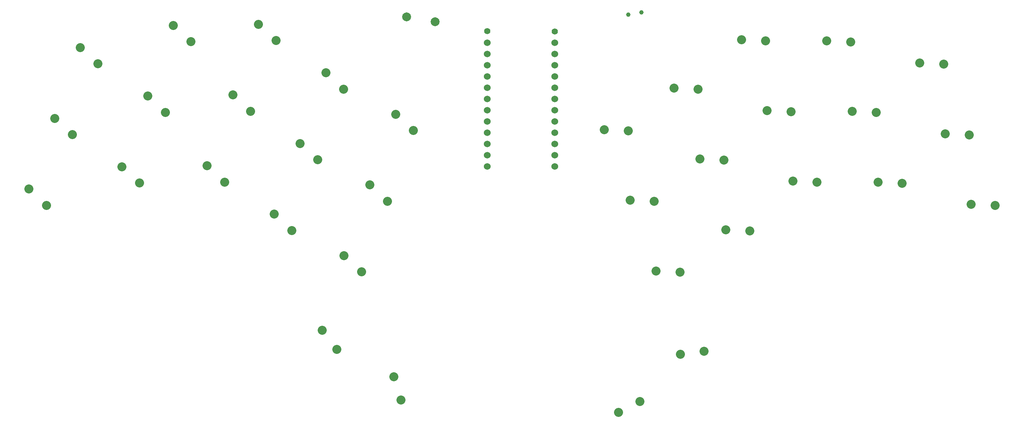
<source format=gbr>
%TF.GenerationSoftware,KiCad,Pcbnew,(6.0.1)*%
%TF.CreationDate,2022-06-05T22:57:28-04:00*%
%TF.ProjectId,sweep-squared,73776565-702d-4737-9175-617265642e6b,rev?*%
%TF.SameCoordinates,Original*%
%TF.FileFunction,Copper,L2,Bot*%
%TF.FilePolarity,Positive*%
%FSLAX46Y46*%
G04 Gerber Fmt 4.6, Leading zero omitted, Abs format (unit mm)*
G04 Created by KiCad (PCBNEW (6.0.1)) date 2022-06-05 22:57:28*
%MOMM*%
%LPD*%
G01*
G04 APERTURE LIST*
%TA.AperFunction,ComponentPad*%
%ADD10C,2.032000*%
%TD*%
%TA.AperFunction,ComponentPad*%
%ADD11C,2.000000*%
%TD*%
%TA.AperFunction,WasherPad*%
%ADD12C,1.000000*%
%TD*%
%TA.AperFunction,ComponentPad*%
%ADD13C,1.397000*%
%TD*%
%TA.AperFunction,ComponentPad*%
%ADD14C,1.524000*%
%TD*%
G04 APERTURE END LIST*
D10*
%TO.P,MX3,2,ROW*%
%TO.N,Net-(D3-Pad2)*%
X99245752Y-64655270D03*
%TO.P,MX3,1,COL*%
%TO.N,col3*%
X103225973Y-68338725D03*
%TD*%
%TO.P,MX23,2,ROW*%
%TO.N,Net-(D23-Pad2)*%
X214036521Y-84107127D03*
%TO.P,MX23,1,COL*%
%TO.N,col8*%
X219453227Y-84370380D03*
%TD*%
%TO.P,MX18,2,ROW*%
%TO.N,Net-(D18-Pad2)*%
X208222178Y-68132352D03*
%TO.P,MX18,1,COL*%
%TO.N,col8*%
X213638884Y-68395605D03*
%TD*%
%TO.P,MX8,2,ROW*%
%TO.N,Net-(D8-Pad2)*%
X93431409Y-80630044D03*
%TO.P,MX8,1,COL*%
%TO.N,col3*%
X97411630Y-84313499D03*
%TD*%
%TO.P,MX7,2,ROW*%
%TO.N,Net-(D7-Pad2)*%
X74191205Y-80863592D03*
%TO.P,MX7,1,COL*%
%TO.N,col2*%
X78171426Y-84547047D03*
%TD*%
%TO.P,MX11,2,ROW*%
%TO.N,Net-(D11-Pad2)*%
X47392356Y-101864345D03*
%TO.P,MX11,1,COL*%
%TO.N,col1*%
X51372577Y-105547800D03*
%TD*%
%TO.P,MX30,2,ROW*%
%TO.N,Net-(D30-Pad2)*%
X260075574Y-105341429D03*
%TO.P,MX30,1,COL*%
%TO.N,col10*%
X265492280Y-105604682D03*
%TD*%
%TO.P,MX13,2,ROW*%
%TO.N,Net-(D13-Pad2)*%
X87617067Y-96604819D03*
%TO.P,MX13,1,COL*%
%TO.N,col3*%
X91597288Y-100288274D03*
%TD*%
%TO.P,MX26,2,ROW*%
%TO.N,Net-(D26-Pad2)*%
X188929100Y-120382014D03*
%TO.P,MX26,1,COL*%
%TO.N,col6*%
X194345806Y-120645267D03*
%TD*%
%TO.P,MX5,2,ROW*%
%TO.N,Net-(D5-Pad2)*%
X130167515Y-84955383D03*
%TO.P,MX5,1,COL*%
%TO.N,col5*%
X134147736Y-88638838D03*
%TD*%
%TO.P,MX16,2,ROW*%
%TO.N,Net-(D16-Pad2)*%
X177300415Y-88432465D03*
%TO.P,MX16,1,COL*%
%TO.N,col6*%
X182717121Y-88695718D03*
%TD*%
%TO.P,MX4,2,ROW*%
%TO.N,Net-(D4-Pad2)*%
X114415916Y-75604065D03*
%TO.P,MX4,1,COL*%
%TO.N,col4*%
X118396137Y-79287520D03*
%TD*%
%TO.P,MX21,2,ROW*%
%TO.N,Net-(D21-Pad2)*%
X183114757Y-104407239D03*
%TO.P,MX21,1,COL*%
%TO.N,col6*%
X188531463Y-104670492D03*
%TD*%
D11*
%TO.P,RSW1,2,2*%
%TO.N,reset*%
X132689375Y-62935643D03*
%TO.P,RSW1,1,1*%
%TO.N,gnd*%
X139090625Y-64064357D03*
%TD*%
D10*
%TO.P,MX10,2,ROW*%
%TO.N,Net-(D10-Pad2)*%
X124353173Y-100930156D03*
%TO.P,MX10,1,COL*%
%TO.N,col5*%
X128333394Y-104613611D03*
%TD*%
D12*
%TO.P,SW_POWER1,*%
%TO.N,*%
X182672788Y-62490472D03*
X185627212Y-61969528D03*
%TD*%
D10*
%TO.P,MX24,2,ROW*%
%TO.N,Net-(D24-Pad2)*%
X233276725Y-84340674D03*
%TO.P,MX24,1,COL*%
%TO.N,col9*%
X238693431Y-84603927D03*
%TD*%
%TO.P,MX1,2,ROW*%
%TO.N,Net-(D1-Pad2)*%
X59021041Y-69914797D03*
%TO.P,MX1,1,COL*%
%TO.N,col1*%
X63001262Y-73598252D03*
%TD*%
%TO.P,MX31,2,ROW*%
%TO.N,Net-(D31-Pad2)*%
X113604140Y-133768296D03*
%TO.P,MX31,1,COL*%
%TO.N,col1*%
X116884267Y-138086949D03*
%TD*%
%TO.P,MX28,2,ROW*%
%TO.N,Net-(D28-Pad2)*%
X219850863Y-100081901D03*
%TO.P,MX28,1,COL*%
%TO.N,col8*%
X225267569Y-100345154D03*
%TD*%
%TO.P,MX33,2,ROW*%
%TO.N,Net-(D33-Pad2)*%
X180470517Y-152290569D03*
%TO.P,MX33,1,COL*%
%TO.N,col3*%
X185293148Y-149810201D03*
%TD*%
D13*
%TO.P,Bat+1,1,1*%
%TO.N,BT+*%
X166056400Y-66300000D03*
%TD*%
D10*
%TO.P,MX2,2,ROW*%
%TO.N,Net-(D2-Pad2)*%
X80005548Y-64888817D03*
%TO.P,MX2,1,COL*%
%TO.N,col2*%
X83985769Y-68572272D03*
%TD*%
%TO.P,MX17,2,ROW*%
%TO.N,Net-(D17-Pad2)*%
X193052014Y-79081147D03*
%TO.P,MX17,1,COL*%
%TO.N,col7*%
X198468720Y-79344400D03*
%TD*%
D13*
%TO.P,BatGND1,1,1*%
%TO.N,gnd*%
X150848939Y-66214876D03*
%TD*%
D10*
%TO.P,MX27,2,ROW*%
%TO.N,Net-(D27-Pad2)*%
X204680699Y-111030697D03*
%TO.P,MX27,1,COL*%
%TO.N,col7*%
X210097405Y-111293950D03*
%TD*%
%TO.P,MX14,2,ROW*%
%TO.N,Net-(D14-Pad2)*%
X102787231Y-107553614D03*
%TO.P,MX14,1,COL*%
%TO.N,col4*%
X106767452Y-111237069D03*
%TD*%
%TO.P,MX15,2,ROW*%
%TO.N,Net-(D15-Pad2)*%
X118538830Y-116904931D03*
%TO.P,MX15,1,COL*%
%TO.N,col5*%
X122519051Y-120588386D03*
%TD*%
%TO.P,MX20,2,ROW*%
%TO.N,Net-(D20-Pad2)*%
X248446889Y-73391879D03*
%TO.P,MX20,1,COL*%
%TO.N,col10*%
X253863595Y-73655132D03*
%TD*%
%TO.P,MX22,2,ROW*%
%TO.N,Net-(D22-Pad2)*%
X198866356Y-95055922D03*
%TO.P,MX22,1,COL*%
%TO.N,col7*%
X204283062Y-95319175D03*
%TD*%
%TO.P,MX34,2,ROW*%
%TO.N,Net-(D34-Pad2)*%
X194419873Y-139140897D03*
%TO.P,MX34,1,COL*%
%TO.N,col4*%
X199800000Y-138459550D03*
%TD*%
%TO.P,MX6,2,ROW*%
%TO.N,Net-(D6-Pad2)*%
X53206698Y-85889572D03*
%TO.P,MX6,1,COL*%
%TO.N,col1*%
X57186919Y-89573027D03*
%TD*%
%TO.P,MX25,2,ROW*%
%TO.N,Net-(D25-Pad2)*%
X254261232Y-89366654D03*
%TO.P,MX25,1,COL*%
%TO.N,col10*%
X259677938Y-89629907D03*
%TD*%
%TO.P,MX9,2,ROW*%
%TO.N,Net-(D9-Pad2)*%
X108601574Y-91578840D03*
%TO.P,MX9,1,COL*%
%TO.N,col4*%
X112581795Y-95262295D03*
%TD*%
%TO.P,MX12,2,ROW*%
%TO.N,Net-(D12-Pad2)*%
X68376863Y-96838366D03*
%TO.P,MX12,1,COL*%
%TO.N,col2*%
X72357084Y-100521821D03*
%TD*%
%TO.P,MX32,2,ROW*%
%TO.N,Net-(D32-Pad2)*%
X129765093Y-144299855D03*
%TO.P,MX32,1,COL*%
%TO.N,col2*%
X131370338Y-149479931D03*
%TD*%
%TO.P,MX29,2,ROW*%
%TO.N,Net-(D29-Pad2)*%
X239091067Y-100315448D03*
%TO.P,MX29,1,COL*%
%TO.N,col9*%
X244507773Y-100578701D03*
%TD*%
%TO.P,MX19,2,ROW*%
%TO.N,Net-(D19-Pad2)*%
X227462382Y-68365900D03*
%TO.P,MX19,1,COL*%
%TO.N,col9*%
X232879088Y-68629153D03*
%TD*%
D14*
%TO.P,U1,24,RAW*%
%TO.N,raw*%
X150836400Y-68822000D03*
%TO.P,U1,23,GND*%
%TO.N,gnd*%
X150836400Y-71362000D03*
%TO.P,U1,22,RST*%
%TO.N,reset*%
X150836400Y-73902000D03*
%TO.P,U1,21,VCC*%
%TO.N,unconnected-(U1-Pad21)*%
X150836400Y-76442000D03*
%TO.P,U1,20,F4*%
%TO.N,row1*%
X150836400Y-78982000D03*
%TO.P,U1,19,F5*%
%TO.N,unconnected-(U1-Pad19)*%
X150836400Y-81522000D03*
%TO.P,U1,18,F6*%
%TO.N,col3*%
X150836400Y-84062000D03*
%TO.P,U1,17,F7*%
%TO.N,col5*%
X150836400Y-86602000D03*
%TO.P,U1,16,B1*%
%TO.N,col4*%
X150836400Y-89142000D03*
%TO.P,U1,15,B3*%
%TO.N,row4*%
X150836400Y-91682000D03*
%TO.P,U1,14,B2*%
%TO.N,col2*%
X150836400Y-94222000D03*
%TO.P,U1,13,B6*%
%TO.N,col1*%
X150836400Y-96762000D03*
%TO.P,U1,12,B5*%
%TO.N,unconnected-(U1-Pad12)*%
X166056400Y-96762000D03*
%TO.P,U1,11,B4*%
%TO.N,col10*%
X166056400Y-94222000D03*
%TO.P,U1,10,E6*%
%TO.N,col9*%
X166056400Y-91682000D03*
%TO.P,U1,9,D7*%
%TO.N,col8*%
X166056400Y-89142000D03*
%TO.P,U1,8,C6*%
%TO.N,row3*%
X166056400Y-86602000D03*
%TO.P,U1,7,D4*%
%TO.N,col6*%
X166056400Y-84062000D03*
%TO.P,U1,6,SCL*%
%TO.N,col7*%
X166056400Y-81522000D03*
%TO.P,U1,5,SDA*%
%TO.N,row2*%
X166056400Y-78982000D03*
%TO.P,U1,4,GND*%
%TO.N,gnd*%
X166056400Y-76442000D03*
%TO.P,U1,3,GND*%
X166056400Y-73902000D03*
%TO.P,U1,2,RX*%
%TO.N,unconnected-(U1-Pad2)*%
X166056400Y-71362000D03*
%TO.P,U1,1,TX*%
%TO.N,unconnected-(U1-Pad1)*%
X166056400Y-68822000D03*
%TD*%
M02*

</source>
